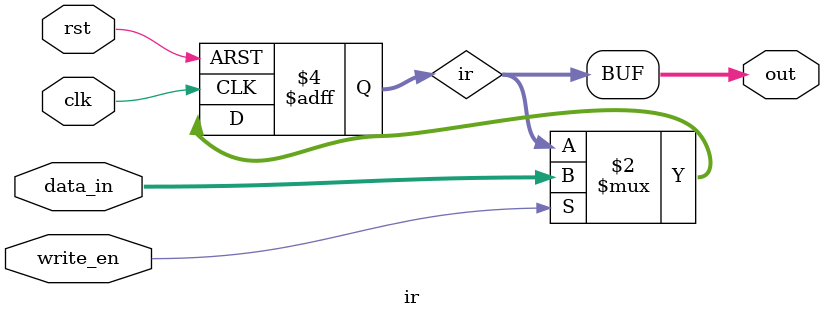
<source format=v>

module ir(
    input clk,
    input rst,
    input write_en,
    input[7:0] data_in,
    output[7:0] out
);

    reg[7:0] ir;

    always @ (posedge clk, posedge rst)
    begin
        if (rst)
            ir <= 8'b0;
        else if (write_en)
            ir <= data_in;
    end

    assign out = ir;

endmodule

</source>
